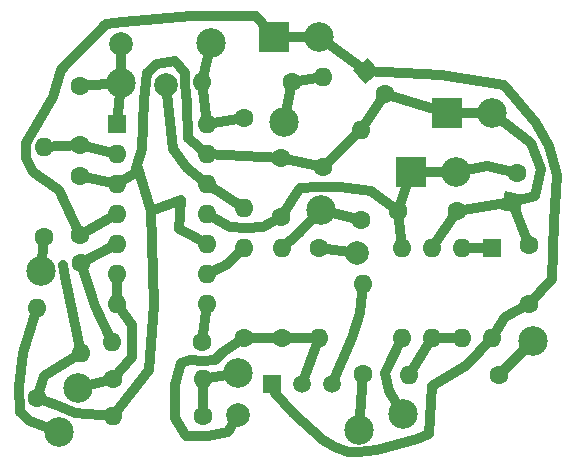
<source format=gbr>
G04 #@! TF.GenerationSoftware,KiCad,Pcbnew,(5.1.2-1)-1*
G04 #@! TF.CreationDate,2022-01-04T14:15:43-05:00*
G04 #@! TF.ProjectId,Utility LFO - CGS,5574696c-6974-4792-904c-464f202d2043,rev?*
G04 #@! TF.SameCoordinates,Original*
G04 #@! TF.FileFunction,Copper,L2,Bot*
G04 #@! TF.FilePolarity,Positive*
%FSLAX46Y46*%
G04 Gerber Fmt 4.6, Leading zero omitted, Abs format (unit mm)*
G04 Created by KiCad (PCBNEW (5.1.2-1)-1) date 2022-01-04 14:15:43*
%MOMM*%
%LPD*%
G04 APERTURE LIST*
%ADD10C,1.998980*%
%ADD11O,1.600000X1.600000*%
%ADD12C,1.600000*%
%ADD13R,1.500000X1.500000*%
%ADD14C,1.500000*%
%ADD15C,0.100000*%
%ADD16C,2.499360*%
%ADD17R,2.499360X2.499360*%
%ADD18R,1.600000X1.600000*%
%ADD19C,0.812800*%
G04 APERTURE END LIST*
D10*
X26900000Y-21290000D03*
D11*
X43590000Y-38140000D03*
D12*
X43590000Y-45760000D03*
D10*
X43090000Y-35460000D03*
X23080000Y-17760000D03*
X32950000Y-49190000D03*
D13*
X35860000Y-46570000D03*
D14*
X40940000Y-46570000D03*
X38400000Y-46570000D03*
D12*
X19630000Y-21360000D03*
X19630000Y-26360000D03*
X43840000Y-20080000D03*
D15*
G36*
X42712934Y-19981395D02*
G01*
X43938605Y-18952934D01*
X44967066Y-20178605D01*
X43741395Y-21207066D01*
X42712934Y-19981395D01*
X42712934Y-19981395D01*
G37*
D12*
X45446969Y-21995111D03*
X56634120Y-28747981D03*
X56200000Y-31210000D03*
D15*
G36*
X56848928Y-32136765D02*
G01*
X55273235Y-31858928D01*
X55551072Y-30283235D01*
X57126765Y-30561072D01*
X56848928Y-32136765D01*
X56848928Y-32136765D01*
G37*
D12*
X19630000Y-28960000D03*
X19630000Y-33960000D03*
X36580000Y-32490000D03*
X36580000Y-27490000D03*
X57639997Y-39790000D03*
X57639997Y-34790000D03*
X51500000Y-31900002D03*
X46500000Y-31900002D03*
D16*
X36830000Y-24390000D03*
X30670000Y-17700000D03*
X17860000Y-50690000D03*
X16260000Y-37040000D03*
X40030000Y-31880000D03*
X23050000Y-21110000D03*
X32950000Y-45640000D03*
X19430000Y-46890000D03*
X46940000Y-49170000D03*
X43250000Y-50450000D03*
X57920000Y-42940000D03*
D17*
X36050000Y-17180000D03*
D16*
X39860000Y-17180000D03*
X54500000Y-23670000D03*
D17*
X50690000Y-23670000D03*
X47640000Y-28630000D03*
D16*
X51450000Y-28630000D03*
D11*
X33490000Y-31660000D03*
D12*
X33490000Y-24040000D03*
X37560000Y-21040000D03*
D11*
X29940000Y-21040000D03*
X40190000Y-20600000D03*
D12*
X40190000Y-28220000D03*
D11*
X15990000Y-40120000D03*
D12*
X15990000Y-47740000D03*
X39830000Y-35050000D03*
D11*
X39830000Y-42670000D03*
D12*
X16530000Y-34130000D03*
D11*
X16530000Y-26510000D03*
D12*
X36710000Y-42670000D03*
D11*
X36710000Y-35050000D03*
X43380000Y-25070000D03*
D12*
X43380000Y-32690000D03*
X33510000Y-42660000D03*
D11*
X33510000Y-35040000D03*
X22300000Y-43070000D03*
D12*
X29920000Y-43070000D03*
X19640000Y-36340000D03*
D11*
X19640000Y-43960000D03*
D12*
X22350000Y-46150000D03*
D11*
X29970000Y-46150000D03*
X22410000Y-49270000D03*
D12*
X30030000Y-49270000D03*
X55060000Y-45800000D03*
D11*
X47440000Y-45800000D03*
D18*
X22770000Y-24610000D03*
D11*
X30390000Y-39850000D03*
X22770000Y-27150000D03*
X30390000Y-37310000D03*
X22770000Y-29690000D03*
X30390000Y-34770000D03*
X22770000Y-32230000D03*
X30390000Y-32230000D03*
X22770000Y-34770000D03*
X30390000Y-29690000D03*
X22770000Y-37310000D03*
X30390000Y-27150000D03*
X22770000Y-39850000D03*
X30390000Y-24610000D03*
D18*
X54449999Y-35050000D03*
D11*
X46829999Y-42670000D03*
X51909999Y-35050000D03*
X49369999Y-42670000D03*
X49369999Y-35050000D03*
X51909999Y-42670000D03*
X46829999Y-35050000D03*
X54449999Y-42670000D03*
D19*
X23050000Y-21110000D02*
X22770000Y-24610000D01*
X23050000Y-21110000D02*
X19630000Y-21360000D01*
X38400000Y-46570000D02*
X39830000Y-42670000D01*
X39830000Y-42670000D02*
X36710000Y-42670000D01*
X36710000Y-42670000D02*
X33510000Y-42660000D01*
X33510000Y-42660000D02*
X31690000Y-43880000D01*
X31690000Y-43880000D02*
X31000000Y-44580000D01*
X31000000Y-44580000D02*
X30030000Y-44610000D01*
X30030000Y-44610000D02*
X28930000Y-44580000D01*
X32950000Y-49190000D02*
X32160000Y-50640000D01*
X32160000Y-50640000D02*
X30410000Y-50990000D01*
X30410000Y-50990000D02*
X28610000Y-50980000D01*
X28610000Y-50980000D02*
X27600000Y-49460000D01*
X27600000Y-49460000D02*
X27680000Y-46710000D01*
X27680000Y-46710000D02*
X28170000Y-44830000D01*
X28170000Y-44830000D02*
X28930000Y-44580000D01*
X23080000Y-17760000D02*
X23050000Y-21110000D01*
X22770000Y-27150000D02*
X19630000Y-26360000D01*
X19630000Y-26360000D02*
X16530000Y-26510000D01*
X57639997Y-39790000D02*
X55560000Y-40930000D01*
X55560000Y-40930000D02*
X54449999Y-42670000D01*
X43840000Y-20080000D02*
X39860000Y-17180000D01*
X39860000Y-17180000D02*
X36050000Y-17180000D01*
X22770000Y-32230000D02*
X19630000Y-33960000D01*
X54449999Y-42670000D02*
X52360000Y-44960000D01*
X52360000Y-44960000D02*
X49360000Y-46750000D01*
X49360000Y-46750000D02*
X49130000Y-50780000D01*
X49130000Y-50780000D02*
X48130000Y-51250000D01*
X37630000Y-49060000D02*
X36080000Y-47360000D01*
X36080000Y-47360000D02*
X35860000Y-46570000D01*
X29010000Y-15410000D02*
X34510000Y-15410000D01*
X34510000Y-15410000D02*
X36050000Y-17180000D01*
X43840000Y-20080000D02*
X50180000Y-20430000D01*
X50180000Y-20430000D02*
X55530000Y-21290000D01*
X55530000Y-21290000D02*
X58210000Y-24480000D01*
X58210000Y-24480000D02*
X59330000Y-26470000D01*
X59330000Y-26470000D02*
X59970000Y-28900000D01*
X59970000Y-28900000D02*
X59700000Y-32870000D01*
X59700000Y-32870000D02*
X59540000Y-37720000D01*
X59540000Y-37720000D02*
X57639997Y-39790000D01*
X40130000Y-51340000D02*
X37630000Y-49060000D01*
X19630000Y-33960000D02*
X17810000Y-30190000D01*
X17810000Y-30190000D02*
X15600000Y-28680000D01*
X15600000Y-28680000D02*
X15030000Y-27430000D01*
X15030000Y-27430000D02*
X15010000Y-26180000D01*
X15010000Y-26180000D02*
X16120000Y-24340000D01*
X16120000Y-24340000D02*
X17340000Y-22290000D01*
X17340000Y-22290000D02*
X17970000Y-19980000D01*
X17970000Y-19980000D02*
X21780000Y-16070000D01*
X21780000Y-16070000D02*
X23240000Y-15950000D01*
X23240000Y-15950000D02*
X29010000Y-15410000D01*
X48130000Y-51250000D02*
X44740000Y-52160000D01*
X44740000Y-52160000D02*
X43860000Y-52290000D01*
X43860000Y-52290000D02*
X43220000Y-52350000D01*
X43220000Y-52350000D02*
X42300000Y-52320000D01*
X42300000Y-52320000D02*
X41160000Y-51960000D01*
X41160000Y-51960000D02*
X40130000Y-51340000D01*
X50690000Y-23670000D02*
X54500000Y-23670000D01*
X30390000Y-27150000D02*
X36580000Y-27490000D01*
X36580000Y-27490000D02*
X40190000Y-28220000D01*
X40190000Y-28220000D02*
X43380000Y-25070000D01*
X43380000Y-25070000D02*
X45446969Y-21995111D01*
X45446969Y-21995111D02*
X50690000Y-23670000D01*
X51500000Y-31900002D02*
X56200000Y-31210000D01*
X57639997Y-34790000D02*
X56200000Y-31210000D01*
X51500000Y-31900002D02*
X49369999Y-35050000D01*
X56200000Y-31210000D02*
X58090000Y-30710000D01*
X58090000Y-30710000D02*
X58650000Y-28410000D01*
X58650000Y-28410000D02*
X57740000Y-26150000D01*
X57740000Y-26150000D02*
X54500000Y-23670000D01*
X19630000Y-28960000D02*
X22770000Y-29690000D01*
X28999164Y-34010836D02*
X27990000Y-33460000D01*
X30390000Y-34770000D02*
X28999164Y-34010836D01*
X19640000Y-43960000D02*
X16570000Y-45880000D01*
X16570000Y-45880000D02*
X15990000Y-47740000D01*
X15990000Y-47740000D02*
X17790000Y-48450000D01*
X17790000Y-48450000D02*
X19140000Y-49080000D01*
X19140000Y-49080000D02*
X22410000Y-49270000D01*
X19640000Y-43960000D02*
X18340000Y-37560000D01*
X18340000Y-37560000D02*
X18180000Y-36490000D01*
X22410000Y-49270000D02*
X25420000Y-45380000D01*
X25420000Y-45380000D02*
X25850000Y-39870000D01*
X25850000Y-39870000D02*
X25640000Y-31950000D01*
X25640000Y-31950000D02*
X28178165Y-31008165D01*
X27990000Y-33460000D02*
X28178165Y-31008165D01*
X30390000Y-27150000D02*
X28760000Y-25750000D01*
X28760000Y-25750000D02*
X28630000Y-22760000D01*
X28630000Y-22760000D02*
X28510000Y-21230000D01*
X28510000Y-21230000D02*
X28510000Y-20250000D01*
X28510000Y-20250000D02*
X27650000Y-19230000D01*
X27650000Y-19230000D02*
X26150000Y-19480000D01*
X26150000Y-19480000D02*
X25290000Y-20230000D01*
X25290000Y-20230000D02*
X25000000Y-22510000D01*
X25000000Y-22510000D02*
X24850000Y-26670000D01*
X24240000Y-28740000D02*
X22770000Y-29690000D01*
X25640000Y-31950000D02*
X24436369Y-28073631D01*
X24436369Y-28073631D02*
X24240000Y-28740000D01*
X24850000Y-26670000D02*
X24436369Y-28073631D01*
X56634120Y-28747981D02*
X54030000Y-28150000D01*
X54030000Y-28150000D02*
X51450000Y-28630000D01*
X51450000Y-28630000D02*
X47640000Y-28630000D01*
X47640000Y-28630000D02*
X46500000Y-31900002D01*
X46500000Y-31900002D02*
X46829999Y-35050000D01*
X46500000Y-31900002D02*
X44270000Y-30280000D01*
X44270000Y-30280000D02*
X41570000Y-29940000D01*
X41570000Y-29940000D02*
X39720000Y-29890000D01*
X39720000Y-29890000D02*
X38200000Y-30000000D01*
X38200000Y-30000000D02*
X36580000Y-32490000D01*
X36580000Y-32490000D02*
X35120000Y-33260000D01*
X35120000Y-33260000D02*
X33670000Y-33370000D01*
X33670000Y-33370000D02*
X32270000Y-33300000D01*
X32270000Y-33300000D02*
X30390000Y-32230000D01*
X37560000Y-21040000D02*
X36830000Y-24390000D01*
X37560000Y-21040000D02*
X40190000Y-20600000D01*
X33490000Y-24040000D02*
X30390000Y-24610000D01*
X30390000Y-24610000D02*
X29940000Y-21040000D01*
X29940000Y-21040000D02*
X30670000Y-17700000D01*
X17860000Y-50690000D02*
X15390000Y-49730000D01*
X15390000Y-49730000D02*
X14490000Y-49000000D01*
X14490000Y-49000000D02*
X14390000Y-46850000D01*
X14390000Y-46850000D02*
X14750000Y-43960000D01*
X14750000Y-43960000D02*
X15990000Y-40120000D01*
X16260000Y-37040000D02*
X16530000Y-34130000D01*
X36710000Y-35050000D02*
X38110000Y-33780000D01*
X38110000Y-33780000D02*
X40030000Y-31880000D01*
X40030000Y-31880000D02*
X43380000Y-32690000D01*
X29970000Y-46150000D02*
X32950000Y-45640000D01*
X29970000Y-46150000D02*
X30030000Y-49270000D01*
X22350000Y-46150000D02*
X19430000Y-46890000D01*
X22350000Y-46150000D02*
X24040000Y-44280000D01*
X24040000Y-44280000D02*
X24010000Y-41630000D01*
X24010000Y-41630000D02*
X22770000Y-39850000D01*
X22770000Y-39850000D02*
X22770000Y-37310000D01*
X46940000Y-49170000D02*
X45770000Y-47140000D01*
X45770000Y-47140000D02*
X45380000Y-45670000D01*
X45380000Y-45670000D02*
X46829999Y-42670000D01*
X43250000Y-50450000D02*
X43590000Y-45760000D01*
X55060000Y-45800000D02*
X57920000Y-42940000D01*
X40940000Y-46570000D02*
X42590000Y-42660000D01*
X42590000Y-42660000D02*
X43280000Y-40560000D01*
X43280000Y-40560000D02*
X43590000Y-38140000D01*
X39830000Y-35050000D02*
X43090000Y-35460000D01*
X30390000Y-29690000D02*
X28630000Y-28280000D01*
X28630000Y-28280000D02*
X27480000Y-26710000D01*
X27480000Y-26710000D02*
X26900000Y-21290000D01*
X33490000Y-31660000D02*
X30390000Y-29690000D01*
X30390000Y-37310000D02*
X31930000Y-36540000D01*
X31930000Y-36540000D02*
X33510000Y-35040000D01*
X22300000Y-43070000D02*
X20850000Y-40000000D01*
X20850000Y-40000000D02*
X19640000Y-36340000D01*
X19640000Y-36340000D02*
X22770000Y-34770000D01*
X29920000Y-43070000D02*
X30390000Y-39850000D01*
X47440000Y-45800000D02*
X49369999Y-42670000D01*
X49369999Y-42670000D02*
X51909999Y-42670000D01*
X54449999Y-35050000D02*
X51909999Y-35050000D01*
M02*

</source>
